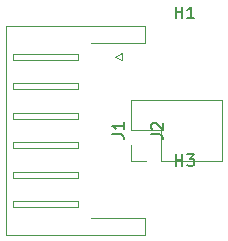
<source format=gto>
G04 #@! TF.GenerationSoftware,KiCad,Pcbnew,(5.1.4)-1*
G04 #@! TF.CreationDate,2019-12-18T15:45:31+05:30*
G04 #@! TF.ProjectId,pogo connector pcb,706f676f-2063-46f6-9e6e-6563746f7220,rev?*
G04 #@! TF.SameCoordinates,Original*
G04 #@! TF.FileFunction,Legend,Top*
G04 #@! TF.FilePolarity,Positive*
%FSLAX46Y46*%
G04 Gerber Fmt 4.6, Leading zero omitted, Abs format (unit mm)*
G04 Created by KiCad (PCBNEW (5.1.4)-1) date 2019-12-18 15:45:31*
%MOMM*%
%LPD*%
G04 APERTURE LIST*
%ADD10C,0.120000*%
%ADD11C,0.150000*%
G04 APERTURE END LIST*
D10*
X2740000Y-17050000D02*
X2740000Y-8240000D01*
X2740000Y-8240000D02*
X14460000Y-8240000D01*
X14460000Y-8240000D02*
X14460000Y-9660000D01*
X14460000Y-9660000D02*
X9960000Y-9660000D01*
X2740000Y-17050000D02*
X2740000Y-25860000D01*
X2740000Y-25860000D02*
X14460000Y-25860000D01*
X14460000Y-25860000D02*
X14460000Y-24440000D01*
X14460000Y-24440000D02*
X9960000Y-24440000D01*
X8850000Y-10550000D02*
X3350000Y-10550000D01*
X3350000Y-10550000D02*
X3350000Y-11050000D01*
X3350000Y-11050000D02*
X8850000Y-11050000D01*
X8850000Y-11050000D02*
X8850000Y-10550000D01*
X8850000Y-13050000D02*
X3350000Y-13050000D01*
X3350000Y-13050000D02*
X3350000Y-13550000D01*
X3350000Y-13550000D02*
X8850000Y-13550000D01*
X8850000Y-13550000D02*
X8850000Y-13050000D01*
X8850000Y-15550000D02*
X3350000Y-15550000D01*
X3350000Y-15550000D02*
X3350000Y-16050000D01*
X3350000Y-16050000D02*
X8850000Y-16050000D01*
X8850000Y-16050000D02*
X8850000Y-15550000D01*
X8850000Y-18050000D02*
X3350000Y-18050000D01*
X3350000Y-18050000D02*
X3350000Y-18550000D01*
X3350000Y-18550000D02*
X8850000Y-18550000D01*
X8850000Y-18550000D02*
X8850000Y-18050000D01*
X8850000Y-20550000D02*
X3350000Y-20550000D01*
X3350000Y-20550000D02*
X3350000Y-21050000D01*
X3350000Y-21050000D02*
X8850000Y-21050000D01*
X8850000Y-21050000D02*
X8850000Y-20550000D01*
X8850000Y-23050000D02*
X3350000Y-23050000D01*
X3350000Y-23050000D02*
X3350000Y-23550000D01*
X3350000Y-23550000D02*
X8850000Y-23550000D01*
X8850000Y-23550000D02*
X8850000Y-23050000D01*
X11950000Y-10800000D02*
X12550000Y-10500000D01*
X12550000Y-10500000D02*
X12550000Y-11100000D01*
X12550000Y-11100000D02*
X11950000Y-10800000D01*
X13270000Y-19630000D02*
X13270000Y-18300000D01*
X14600000Y-19630000D02*
X13270000Y-19630000D01*
X13270000Y-17030000D02*
X13270000Y-14430000D01*
X15870000Y-17030000D02*
X13270000Y-17030000D01*
X15870000Y-19630000D02*
X15870000Y-17030000D01*
X13270000Y-14430000D02*
X21010000Y-14430000D01*
X15870000Y-19630000D02*
X21010000Y-19630000D01*
X21010000Y-19630000D02*
X21010000Y-14430000D01*
D11*
X15002380Y-17383333D02*
X15716666Y-17383333D01*
X15859523Y-17430952D01*
X15954761Y-17526190D01*
X16002380Y-17669047D01*
X16002380Y-17764285D01*
X15097619Y-16954761D02*
X15050000Y-16907142D01*
X15002380Y-16811904D01*
X15002380Y-16573809D01*
X15050000Y-16478571D01*
X15097619Y-16430952D01*
X15192857Y-16383333D01*
X15288095Y-16383333D01*
X15430952Y-16430952D01*
X16002380Y-17002380D01*
X16002380Y-16383333D01*
X11722380Y-17363333D02*
X12436666Y-17363333D01*
X12579523Y-17410952D01*
X12674761Y-17506190D01*
X12722380Y-17649047D01*
X12722380Y-17744285D01*
X12722380Y-16363333D02*
X12722380Y-16934761D01*
X12722380Y-16649047D02*
X11722380Y-16649047D01*
X11865238Y-16744285D01*
X11960476Y-16839523D01*
X12008095Y-16934761D01*
X17088095Y-20052380D02*
X17088095Y-19052380D01*
X17088095Y-19528571D02*
X17659523Y-19528571D01*
X17659523Y-20052380D02*
X17659523Y-19052380D01*
X18040476Y-19052380D02*
X18659523Y-19052380D01*
X18326190Y-19433333D01*
X18469047Y-19433333D01*
X18564285Y-19480952D01*
X18611904Y-19528571D01*
X18659523Y-19623809D01*
X18659523Y-19861904D01*
X18611904Y-19957142D01*
X18564285Y-20004761D01*
X18469047Y-20052380D01*
X18183333Y-20052380D01*
X18088095Y-20004761D01*
X18040476Y-19957142D01*
X17088095Y-7552380D02*
X17088095Y-6552380D01*
X17088095Y-7028571D02*
X17659523Y-7028571D01*
X17659523Y-7552380D02*
X17659523Y-6552380D01*
X18659523Y-7552380D02*
X18088095Y-7552380D01*
X18373809Y-7552380D02*
X18373809Y-6552380D01*
X18278571Y-6695238D01*
X18183333Y-6790476D01*
X18088095Y-6838095D01*
M02*

</source>
